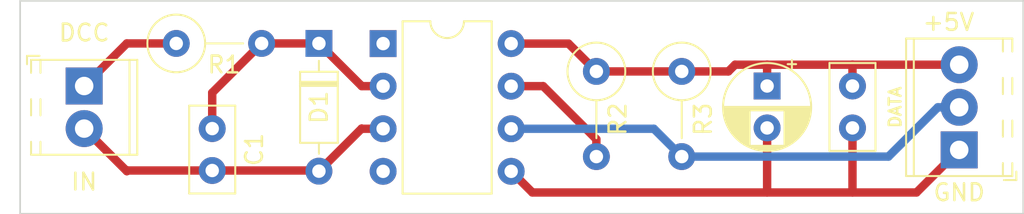
<source format=kicad_pcb>
(kicad_pcb (version 20211014) (generator pcbnew)
  (layers (0 "F.Cu" signal) (31 "B.Cu" signal) (34 "B.Paste" user) (35 "F.Paste" user) (36 "B.SilkS" user "B.Silkscreen") (37 "F.SilkS" user "F.Silkscreen") (38 "B.Mask" user) (39 "F.Mask" user) (44 "Edge.Cuts" user))
  (net 0 "")
  (net 1 "Net-(U1-Pad2)")
  (net 2 "Net-(U1-Pad3)")
  (net 3 "+5V")
  (net 4 "GND")
  (net 5 "Net-(R1-Pad1)")
  (net 6 "Net-(U1-Pad6)")
  (net 7 "Net-(U1-Pad7)")
  (footprint "TerminalBlock_Phoenix:TerminalBlock_Phoenix_MPT-0,5-2-2.54_1x02_P2.54mm_Horizontal" (layer "F.Cu") (at 63.5 67.31 -90)
    (fp_text reference "J1" hide)
    (fp_text value " ")
    (fp_line (start 0.79 2.6) (end 1.75 2.6) (layer "F.SilkS") (width 0.12))
    (fp_line (start -1.56 2.6) (end -0.79 2.6) (layer "F.SilkS") (width 0.12))
    (fp_line (start 0.79 3.16) (end 1.75 3.16) (layer "F.SilkS") (width 0.12))
    (fp_line (start -1.56 -3.16) (end 4.1 -3.16) (layer "F.SilkS") (width 0.12))
    (fp_line (start -1.8 2.66) (end -1.8 3.4) (layer "F.SilkS") (width 0.12))
    (fp_line (start 3.33 3.16) (end 4.1 3.16) (layer "F.SilkS") (width 0.12))
    (fp_line (start 3.33 2.6) (end 4.1 2.6) (layer "F.SilkS") (width 0.12))
    (fp_line (start -1.56 -3.16) (end -1.56 3.16) (layer "F.SilkS") (width 0.12))
    (fp_line (start 4.1 -3.16) (end 4.1 3.16) (layer "F.SilkS") (width 0.12))
    (fp_line (start -1.8 3.4) (end -1.3 3.4) (layer "F.SilkS") (width 0.12))
    (fp_line (start -1.56 3.16) (end -0.79 3.16) (layer "F.SilkS") (width 0.12))
    (fp_line (start -1.56 -2.7) (end 4.1 -2.7) (layer "F.SilkS") (width 0.12))
    (pad "" np_thru_hole circle (at 2.54 2.54 270) (size 1.1 1.1) (drill 1.1) (layers *.Cu *.Mask))
    (pad "" np_thru_hole circle (at 0 2.54 270) (size 1.1 1.1) (drill 1.1) (layers *.Cu *.Mask))
    (pad "1" thru_hole rect (at 0 0 270) (size 2.2 2.2) (drill 1.1) (layers *.Cu *.Mask) (net 5 "Net-(R1-Pad1)"))
    (pad "2" thru_hole circle (at 2.54 0 270) (size 2.2 2.2) (drill 1.1) (layers *.Cu *.Mask) (net 2 "Net-(U1-Pad3)"))
  )
  (footprint "Resistor_THT:R_Axial_DIN0309_L9.0mm_D3.2mm_P5.08mm_Vertical" (layer "F.Cu") (at 93.98 66.44 -90)
    (fp_text reference "R2" (at 2.85 -1.27 90) (layer "F.SilkS"))
    (fp_text value "10K" hide)
    (fp_line (start 1.72 0) (end 3.98 0) (layer "F.SilkS") (width 0.12))
    (fp_circle (center 0 0) (end 1.72 0) (layer "F.SilkS") (width 0.12) (fill none))
    (pad "1" thru_hole circle (at 0 0 270) (size 1.6 1.6) (drill 0.8) (layers *.Cu *.Mask) (net 3 "+5V"))
    (pad "2" thru_hole oval (at 5.08 0 270) (size 1.6 1.6) (drill 0.8) (layers *.Cu *.Mask) (net 7 "Net-(U1-Pad7)"))
  )
  (footprint "Resistor_THT:R_Axial_DIN0309_L9.0mm_D3.2mm_P5.08mm_Vertical" (layer "F.Cu") (at 68.98 64.77)
    (fp_text reference "R1" (at 2.85 1.27) (layer "F.SilkS"))
    (fp_text value "1.3K" hide)
    (fp_line (start 1.72 0) (end 3.98 0) (layer "F.SilkS") (width 0.12))
    (fp_circle (center 0 0) (end 1.72 0) (layer "F.SilkS") (width 0.12) (fill none))
    (pad "1" thru_hole circle (at 0 0) (size 1.6 1.6) (drill 0.8) (layers *.Cu *.Mask) (net 5 "Net-(R1-Pad1)"))
    (pad "2" thru_hole oval (at 5.08 0) (size 1.6 1.6) (drill 0.8) (layers *.Cu *.Mask) (net 1 "Net-(U1-Pad2)"))
  )
  (footprint "Capacitor_THT:C_Disc_D5.0mm_W2.5mm_P2.50mm" (layer "F.Cu") (at 109.22 67.31 -90)
    (fp_text reference "C3" hide)
    (fp_text value "0.1uf 25v" hide)
    (fp_line (start -1.37 -1.37) (end -1.37 1.37) (layer "F.SilkS") (width 0.12))
    (fp_line (start -1.37 1.37) (end 3.87 1.37) (layer "F.SilkS") (width 0.12))
    (fp_line (start -1.37 -1.37) (end 3.87 -1.37) (layer "F.SilkS") (width 0.12))
    (fp_line (start 3.87 -1.37) (end 3.87 1.37) (layer "F.SilkS") (width 0.12))
    (pad "1" thru_hole circle (at 0 0 270) (size 1.6 1.6) (drill 0.8) (layers *.Cu *.Mask) (net 3 "+5V"))
    (pad "2" thru_hole circle (at 2.5 0 270) (size 1.6 1.6) (drill 0.8) (layers *.Cu *.Mask) (net 4 "GND"))
  )
  (footprint "Diode_THT:D_DO-35_SOD27_P7.62mm_Horizontal" (layer "F.Cu") (at 77.47 64.77 -90)
    (fp_text reference "D1" (at 3.81 0 90) (layer "F.SilkS"))
    (fp_text value "1N4148" hide)
    (fp_line (start 1.04 0) (end 1.69 0) (layer "F.SilkS") (width 0.12))
    (fp_line (start 1.69 -1.12) (end 1.69 1.12) (layer "F.SilkS") (width 0.12))
    (fp_line (start 2.53 -1.12) (end 2.53 1.12) (layer "F.SilkS") (width 0.12))
    (fp_line (start 2.41 -1.12) (end 2.41 1.12) (layer "F.SilkS") (width 0.12))
    (fp_line (start 2.29 -1.12) (end 2.29 1.12) (layer "F.SilkS") (width 0.12))
    (fp_line (start 6.58 0) (end 5.93 0) (layer "F.SilkS") (width 0.12))
    (fp_line (start 1.69 1.12) (end 5.93 1.12) (layer "F.SilkS") (width 0.12))
    (fp_line (start 5.93 1.12) (end 5.93 -1.12) (layer "F.SilkS") (width 0.12))
    (fp_line (start 5.93 -1.12) (end 1.69 -1.12) (layer "F.SilkS") (width 0.12))
    (pad "1" thru_hole rect (at 0 0 270) (size 1.6 1.6) (drill 0.8) (layers *.Cu *.Mask) (net 1 "Net-(U1-Pad2)"))
    (pad "2" thru_hole oval (at 7.62 0 270) (size 1.6 1.6) (drill 0.8) (layers *.Cu *.Mask) (net 2 "Net-(U1-Pad3)"))
  )
  (footprint "Resistor_THT:R_Axial_DIN0309_L9.0mm_D3.2mm_P5.08mm_Vertical" (layer "F.Cu") (at 99.06 66.44 -90)
    (fp_text reference "R3" (at 2.85 -1.27 90) (layer "F.SilkS"))
    (fp_text value "5K" hide)
    (fp_line (start 1.72 0) (end 3.98 0) (layer "F.SilkS") (width 0.12))
    (fp_circle (center 0 0) (end 1.72 0) (layer "F.SilkS") (width 0.12) (fill none))
    (pad "1" thru_hole circle (at 0 0 270) (size 1.6 1.6) (drill 0.8) (layers *.Cu *.Mask) (net 3 "+5V"))
    (pad "2" thru_hole oval (at 5.08 0 270) (size 1.6 1.6) (drill 0.8) (layers *.Cu *.Mask) (net 6 "Net-(U1-Pad6)"))
  )
  (footprint "TerminalBlock_Phoenix:TerminalBlock_Phoenix_MPT-0,5-3-2.54_1x03_P2.54mm_Horizontal" (layer "F.Cu") (at 115.57 71.12 90)
    (fp_text reference "J2" hide)
    (fp_text value " " hide)
    (fp_line (start 3.33 3.16) (end 4.29 3.16) (layer "F.SilkS") (width 0.12))
    (fp_line (start -1.8 3.4) (end -1.3 3.4) (layer "F.SilkS") (width 0.12))
    (fp_line (start -1.8 2.66) (end -1.8 3.4) (layer "F.SilkS") (width 0.12))
    (fp_line (start 6.64 -3.16) (end 6.64 3.16) (layer "F.SilkS") (width 0.12))
    (fp_line (start -1.56 -2.7) (end 6.64 -2.7) (layer "F.SilkS") (width 0.12))
    (fp_line (start 3.33 2.6) (end 4.29 2.6) (layer "F.SilkS") (width 0.12))
    (fp_line (start 5.87 2.6) (end 6.64 2.6) (layer "F.SilkS") (width 0.12))
    (fp_line (start -1.56 3.16) (end -0.79 3.16) (layer "F.SilkS") (width 0.12))
    (fp_line (start -1.56 -3.16) (end 6.64 -3.16) (layer "F.SilkS") (width 0.12))
    (fp_line (start 0.79 2.6) (end 1.75 2.6) (layer "F.SilkS") (width 0.12))
    (fp_line (start 5.87 3.16) (end 6.64 3.16) (layer "F.SilkS") (width 0.12))
    (fp_line (start -1.56 2.6) (end -0.79 2.6) (layer "F.SilkS") (width 0.12))
    (fp_line (start -1.56 -3.16) (end -1.56 3.16) (layer "F.SilkS") (width 0.12))
    (fp_line (start 0.79 3.16) (end 1.75 3.16) (layer "F.SilkS") (width 0.12))
    (pad "" np_thru_hole circle (at 2.54 2.54 90) (size 1.1 1.1) (drill 1.1) (layers *.Cu *.Mask))
    (pad "" np_thru_hole circle (at 0 2.54 90) (size 1.1 1.1) (drill 1.1) (layers *.Cu *.Mask))
    (pad "" np_thru_hole circle (at 5.08 2.54 90) (size 1.1 1.1) (drill 1.1) (layers *.Cu *.Mask))
    (pad "1" thru_hole rect (at 0 0 90) (size 2.2 2.2) (drill 1.1) (layers *.Cu *.Mask) (net 4 "GND"))
    (pad "2" thru_hole circle (at 2.54 0 90) (size 2.2 2.2) (drill 1.1) (layers *.Cu *.Mask) (net 6 "Net-(U1-Pad6)"))
    (pad "3" thru_hole circle (at 5.08 0 90) (size 2.2 2.2) (drill 1.1) (layers *.Cu *.Mask) (net 3 "+5V"))
  )
  (footprint "Capacitor_THT:CP_Radial_D5.0mm_P2.50mm" (layer "F.Cu") (at 104.14 67.31 -90)
    (fp_text reference "C2" hide)
    (fp_text value "22uf 25V" hide)
    (fp_line (start 3.531 -1.251) (end 3.531 -1.04) (layer "F.SilkS") (width 0.12))
    (fp_line (start 1.73 -2.536) (end 1.73 -1.04) (layer "F.SilkS") (width 0.12))
    (fp_line (start 1.85 1.04) (end 1.85 2.511) (layer "F.SilkS") (width 0.12))
    (fp_line (start 1.971 1.04) (end 1.971 2.48) (layer "F.SilkS") (width 0.12))
    (fp_line (start 2.771 -2.095) (end 2.771 -1.04) (layer "F.SilkS") (width 0.12))
    (fp_line (start 2.331 1.04) (end 2.331 2.348) (layer "F.SilkS") (width 0.12))
    (fp_line (start 1.49 1.04) (end 1.49 2.569) (layer "F.SilkS") (width 0.12))
    (fp_line (start 2.571 -2.224) (end 2.571 -1.04) (layer "F.SilkS") (width 0.12))
    (fp_line (start 2.171 -2.414) (end 2.171 -1.04) (layer "F.SilkS") (width 0.12))
    (fp_line (start 2.691 -2.149) (end 2.691 -1.04) (layer "F.SilkS") (width 0.12))
    (fp_line (start 2.371 -2.329) (end 2.371 -1.04) (layer "F.SilkS") (width 0.12))
    (fp_line (start 1.57 1.04) (end 1.57 2.561) (layer "F.SilkS") (width 0.12))
    (fp_line (start 2.011 -2.468) (end 2.011 -1.04) (layer "F.SilkS") (width 0.12))
    (fp_line (start 3.291 -1.605) (end 3.291 -1.04) (layer "F.SilkS") (width 0.12))
    (fp_line (start 1.971 -2.48) (end 1.971 -1.04) (layer "F.SilkS") (width 0.12))
    (fp_line (start 3.331 1.04) (end 3.331 1.554) (layer "F.SilkS") (width 0.12))
    (fp_line (start 2.291 1.04) (end 2.291 2.365) (layer "F.SilkS") (width 0.12))
    (fp_line (start 1.89 1.04) (end 1.89 2.501) (layer "F.SilkS") (width 0.12))
    (fp_line (start 3.491 1.04) (end 3.491 1.319) (layer "F.SilkS") (width 0.12))
    (fp_line (start 2.171 1.04) (end 2.171 2.414) (layer "F.SilkS") (width 0.12))
    (fp_line (start 3.811 -0.518) (end 3.811 0.518) (layer "F.SilkS") (width 0.12))
    (fp_line (start -1.554775 -1.475) (end -1.054775 -1.475) (layer "F.SilkS") (width 0.12))
    (fp_line (start 1.65 -2.55) (end 1.65 -1.04) (layer "F.SilkS") (width 0.12))
    (fp_line (start 3.011 -1.901) (end 3.011 -1.04) (layer "F.SilkS") (width 0.12))
    (fp_line (start 3.611 -1.098) (end 3.611 1.098) (layer "F.SilkS") (width 0.12))
    (fp_line (start 2.011 1.04) (end 2.011 2.468) (layer "F.SilkS") (width 0.12))
    (fp_line (start 3.851 -0.284) (end 3.851 0.284) (layer "F.SilkS") (width 0.12))
    (fp_line (start 2.731 1.04) (end 2.731 2.122) (layer "F.SilkS") (width 0.12))
    (fp_line (start 2.411 -2.31) (end 2.411 -1.04) (layer "F.SilkS") (width 0.12))
    (fp_line (start 3.651 -1.011) (end 3.651 1.011) (layer "F.SilkS") (width 0.12))
    (fp_line (start 2.091 1.04) (end 2.091 2.442) (layer "F.SilkS") (width 0.12))
    (fp_line (start 2.131 -2.428) (end 2.131 -1.04) (layer "F.SilkS") (width 0.12))
    (fp_line (start 2.851 -2.035) (end 2.851 -1.04) (layer "F.SilkS") (width 0.12))
    (fp_line (start 3.571 -1.178) (end 3.571 1.178) (layer "F.SilkS") (width 0.12))
    (fp_line (start 2.971 -1.937) (end 2.971 -1.04) (layer "F.SilkS") (width 0.12))
    (fp_line (start 3.731 -0.805) (end 3.731 0.805) (layer "F.SilkS") (width 0.12))
    (fp_line (start 1.73 1.04) (end 1.73 2.536) (layer "F.SilkS") (width 0.12))
    (fp_line (start 1.45 -2.573) (end 1.45 2.573) (layer "F.SilkS") (width 0.12))
    (fp_line (start 2.131 1.04) (end 2.131 2.428) (layer "F.SilkS") (width 0.12))
    (fp_line (start 3.451 1.04) (end 3.451 1.383) (layer "F.SilkS") (width 0.12))
    (fp_line (start 1.93 1.04) (end 1.93 2.491) (layer "F.SilkS") (width 0.12))
    (fp_line (start 2.491 1.04) (end 2.491 2.268) (layer "F.SilkS") (width 0.12))
    (fp_line (start 1.37 -2.578) (end 1.37 2.578) (layer "F.SilkS") (width 0.12))
    (fp_line (start 3.051 1.04) (end 3.051 1.864) (layer "F.SilkS") (width 0.12))
    (fp_line (start 3.331 -1.554) (end 3.331 -1.04) (layer "F.SilkS") (width 0.12))
    (fp_line (start 3.451 -1.383) (end 3.451 -1.04) (layer "F.SilkS") (width 0.12))
    (fp_line (start 2.211 1.04) (end 2.211 2.398) (layer "F.SilkS") (width 0.12))
    (fp_line (start 3.211 -1.699) (end 3.211 -1.04) (layer "F.SilkS") (width 0.12))
    (fp_line (start 2.731 -2.122) (end 2.731 -1.04) (layer "F.SilkS") (width 0.12))
    (fp_line (start 3.171 -1.743) (end 3.171 -1.04) (layer "F.SilkS") (width 0.12))
    (fp_line (start 2.331 -2.348) (end 2.331 -1.04) (layer "F.SilkS") (width 0.12))
    (fp_line (start 3.531 1.04) (end 3.531 1.251) (layer "F.SilkS") (width 0.12))
    (fp_line (start 1.49 -2.569) (end 1.49 -1.04) (layer "F.SilkS") (width 0.12))
    (fp_line (start 2.531 -2.247) (end 2.531 -1.04) (layer "F.SilkS") (width 0.12))
    (fp_line (start 1.53 -2.565) (end 1.53 -1.04) (layer "F.SilkS") (width 0.12))
    (fp_line (start 3.011 1.04) (end 3.011 1.901) (layer "F.SilkS") (width 0.12))
    (fp_line (start 2.451 -2.29) (end 2.451 -1.04) (layer "F.SilkS") (width 0.12))
    (fp_line (start 3.491 -1.319) (end 3.491 -1.04) (layer "F.SilkS") (width 0.12))
    (fp_line (start 3.131 -1.785) (end 3.131 -1.04) (layer "F.SilkS") (width 0.12))
    (fp_line (start 1.61 -2.556) (end 1.61 -1.04) (layer "F.SilkS") (width 0.12))
    (fp_line (start 3.291 1.04) (end 3.291 1.605) (layer "F.SilkS") (width 0.12))
    (fp_line (start 2.691 1.04) (end 2.691 2.149) (layer "F.SilkS") (width 0.12))
    (fp_line (start 3.771 -0.677) (end 3.771 0.677) (layer "F.SilkS") (width 0.12))
    (fp_line (start 2.811 -2.065) (end 2.811 -1.04) (layer "F.SilkS") (width 0.12))
    (fp_line (start 2.091 -2.442) (end 2.091 -1.04) (layer "F.SilkS") (width 0.12))
    (fp_line (start -1.304775 -1.725) (end -1.304775 -1.225) (layer "F.SilkS") (width 0.12))
    (fp_line (start 1.77 -2.528) (end 1.77 -1.04) (layer "F.SilkS") (width 0.12))
    (fp_line (start 2.611 1.04) (end 2.611 2.2) (layer "F.SilkS") (width 0.12))
    (fp_line (start 2.931 1.04) (end 2.931 1.971) (layer "F.SilkS") (width 0.12))
    (fp_line (start 1.25 -2.58) (end 1.25 2.58) (layer "F.SilkS") (width 0.12))
    (fp_line (start 1.89 -2.501) (end 1.89 -1.04) (layer "F.SilkS") (width 0.12))
    (fp_line (start 2.411 1.04) (end 2.411 2.31) (layer "F.SilkS") (width 0.12))
    (fp_line (start 2.291 -2.365) (end 2.291 -1.04) (layer "F.SilkS") (width 0.12))
    (fp_line (start 2.851 1.04) (end 2.851 2.035) (layer "F.SilkS") (width 0.12))
    (fp_line (start 2.371 1.04) (end 2.371 2.329) (layer "F.SilkS") (width 0.12))
    (fp_line (start 3.371 1.04) (end 3.371 1.5) (layer "F.SilkS") (width 0.12))
    (fp_line (start 3.091 -1.826) (end 3.091 -1.04) (layer "F.SilkS") (width 0.12))
    (fp_line (start 2.891 -2.004) (end 2.891 -1.04) (layer "F.SilkS") (width 0.12))
    (fp_line (start 1.29 -2.58) (end 1.29 2.58) (layer "F.SilkS") (width 0.12))
    (fp_line (start 2.531 1.04) (end 2.531 2.247) (layer "F.SilkS") (width 0.12))
    (fp_line (start 3.171 1.04) (end 3.171 1.743) (layer "F.SilkS") (width 0.12))
    (fp_line (start 2.251 1.04) (end 2.251 2.382) (layer "F.SilkS") (width 0.12))
    (fp_line (start 2.251 -2.382) (end 2.251 -1.04) (layer "F.SilkS") (width 0.12))
    (fp_line (start 2.971 1.04) (end 2.971 1.937) (layer "F.SilkS") (width 0.12))
    (fp_line (start 2.651 -2.175) (end 2.651 -1.04) (layer "F.SilkS") (width 0.12))
    (fp_line (start 1.77 1.04) (end 1.77 2.528) (layer "F.SilkS") (width 0.12))
    (fp_line (start 2.931 -1.971) (end 2.931 -1.04) (layer "F.SilkS") (width 0.12))
    (fp_line (start 2.051 -2.455) (end 2.051 -1.04) (layer "F.SilkS") (width 0.12))
    (fp_line (start 1.53 1.04) (end 1.53 2.565) (layer "F.SilkS") (width 0.12))
    (fp_line (start 3.691 -0.915) (end 3.691 0.915) (layer "F.SilkS") (width 0.12))
    (fp_line (start 1.93 -2.491) (end 1.93 -1.04) (layer "F.SilkS") (width 0.12))
    (fp_line (start 1.85 -2.511) (end 1.85 -1.04) (layer "F.SilkS") (width 0.12))
    (fp_line (start 2.771 1.04) (end 2.771 2.095) (layer "F.SilkS") (width 0.12))
    (fp_line (start 3.251 -1.653) (end 3.251 -1.04) (layer "F.SilkS") (width 0.12))
    (fp_line (start 3.411 1.04) (end 3.411 1.443) (layer "F.SilkS") (width 0.12))
    (fp_line (start 1.81 -2.52) (end 1.81 -1.04) (layer "F.SilkS") (width 0.12))
    (fp_line (start 3.371 -1.5) (end 3.371 -1.04) (layer "F.SilkS") (width 0.12))
    (fp_line (start 1.81 1.04) (end 1.81 2.52) (layer "F.SilkS") (width 0.12))
    (fp_line (start 1.65 1.04) (end 1.65 2.55) (layer "F.SilkS") (width 0.12))
    (fp_line (start 1.57 -2.561) (end 1.57 -1.04) (layer "F.SilkS") (width 0.12))
    (fp_line (start 3.411 -1.443) (end 3.411 -1.04) (layer "F.SilkS") (width 0.12))
    (fp_line (start 2.811 1.04) (end 2.811 2.065) (layer "F.SilkS") (width 0.12))
    (fp_line (start 2.651 1.04) (end 2.651 2.175) (layer "F.SilkS") (width 0.12))
    (fp_line (start 3.131 1.04) (end 3.131 1.785) (layer "F.SilkS") (width 0.12))
    (fp_line (start 2.491 -2.268) (end 2.491 -1.04) (layer "F.SilkS") (width 0.12))
    (fp_line (start 3.251 1.04) (end 3.251 1.653) (layer "F.SilkS") (width 0.12))
    (fp_line (start 2.611 -2.2) (end 2.611 -1.04) (layer "F.SilkS") (width 0.12))
    (fp_line (start 1.69 -2.543) (end 1.69 -1.04) (layer "F.SilkS") (width 0.12))
    (fp_line (start 1.61 1.04) (end 1.61 2.556) (layer "F.SilkS") (width 0.12))
    (fp_line (start 2.051 1.04) (end 2.051 2.455) (layer "F.SilkS") (width 0.12))
    (fp_line (start 3.211 1.04) (end 3.211 1.699) (layer "F.SilkS") (width 0.12))
    (fp_line (start 3.091 1.04) (end 3.091 1.826) (layer "F.SilkS") (width 0.12))
    (fp_line (start 2.451 1.04) (end 2.451 2.29) (layer "F.SilkS") (width 0.12))
    (fp_line (start 2.891 1.04) (end 2.891 2.004) (layer "F.SilkS") (width 0.12))
    (fp_line (start 3.051 -1.864) (end 3.051 -1.04) (layer "F.SilkS") (width 0.12))
    (fp_line (start 1.41 -2.576) (end 1.41 2.576) (layer "F.SilkS") (width 0.12))
    (fp_line (start 2.211 -2.398) (end 2.211 -1.04) (layer "F.SilkS") (width 0.12))
    (fp_line (start 1.33 -2.579) (end 1.33 2.579) (layer "F.SilkS") (width 0.12))
    (fp_line (start 2.571 1.04) (end 2.571 2.224) (layer "F.SilkS") (width 0.12))
    (fp_line (start 1.69 1.04) (end 1.69 2.543) (layer "F.SilkS") (width 0.12))
    (fp_circle (center 1.25 0) (end 3.87 0) (layer "F.SilkS") (width 0.12) (fill none))
    (pad "1" thru_hole rect (at 0 0 270) (size 1.6 1.6) (drill 0.8) (layers *.Cu *.Mask) (net 3 "+5V"))
    (pad "2" thru_hole circle (at 2.5 0 270) (size 1.6 1.6) (drill 0.8) (layers *.Cu *.Mask) (net 4 "GND"))
  )
  (footprint "Capacitor_THT:C_Disc_D5.0mm_W2.5mm_P2.50mm" (layer "F.Cu") (at 71.12 69.85 -90)
    (fp_text reference "C1" (at 1.25 -2.5 90) (layer "F.SilkS"))
    (fp_text value "270pf" hide)
    (fp_line (start 3.87 -1.37) (end 3.87 1.37) (layer "F.SilkS") (width 0.12))
    (fp_line (start -1.37 -1.37) (end 3.87 -1.37) (layer "F.SilkS") (width 0.12))
    (fp_line (start -1.37 -1.37) (end -1.37 1.37) (layer "F.SilkS") (width 0.12))
    (fp_line (start -1.37 1.37) (end 3.87 1.37) (layer "F.SilkS") (width 0.12))
    (pad "1" thru_hole circle (at 0 0 270) (size 1.6 1.6) (drill 0.8) (layers *.Cu *.Mask) (net 1 "Net-(U1-Pad2)"))
    (pad "2" thru_hole circle (at 2.5 0 270) (size 1.6 1.6) (drill 0.8) (layers *.Cu *.Mask) (net 2 "Net-(U1-Pad3)"))
  )
  (footprint "Package_DIP:DIP-8_W7.62mm" (layer "F.Cu") (at 81.29 64.78)
    (fp_text reference "U1" hide)
    (fp_text value "6N137")
    (fp_line (start 1.16 -1.33) (end 1.16 8.95) (layer "F.SilkS") (width 0.12))
    (fp_line (start 2.81 -1.33) (end 1.16 -1.33) (layer "F.SilkS") (width 0.12))
    (fp_line (start 1.16 8.95) (end 6.46 8.95) (layer "F.SilkS") (width 0.12))
    (fp_line (start 6.46 8.95) (end 6.46 -1.33) (layer "F.SilkS") (width 0.12))
    (fp_line (start 6.46 -1.33) (end 4.81 -1.33) (layer "F.SilkS") (width 0.12))
    (fp_arc (start 4.81 -1.33) (mid 3.81 -0.33) (end 2.81 -1.33) (layer "F.SilkS") (width 0.12))
    (pad "1" thru_hole rect (at 0 0) (size 1.6 1.6) (drill 0.8) (layers *.Cu *.Mask))
    (pad "2" thru_hole oval (at 0 2.54) (size 1.6 1.6) (drill 0.8) (layers *.Cu *.Mask) (net 1 "Net-(U1-Pad2)"))
    (pad "3" thru_hole oval (at 0 5.08) (size 1.6 1.6) (drill 0.8) (layers *.Cu *.Mask) (net 2 "Net-(U1-Pad3)"))
    (pad "4" thru_hole oval (at 0 7.62) (size 1.6 1.6) (drill 0.8) (layers *.Cu *.Mask))
    (pad "5" thru_hole oval (at 7.62 7.62) (size 1.6 1.6) (drill 0.8) (layers *.Cu *.Mask) (net 4 "GND"))
    (pad "6" thru_hole oval (at 7.62 5.08) (size 1.6 1.6) (drill 0.8) (layers *.Cu *.Mask) (net 6 "Net-(U1-Pad6)"))
    (pad "7" thru_hole oval (at 7.62 2.54) (size 1.6 1.6) (drill 0.8) (layers *.Cu *.Mask) (net 7 "Net-(U1-Pad7)"))
    (pad "8" thru_hole oval (at 7.62 0) (size 1.6 1.6) (drill 0.8) (layers *.Cu *.Mask) (net 3 "+5V"))
  )
  (gr_line (start 119.38 74.93) (end 59.69 74.93) (layer "Edge.Cuts") (width 0.1))
  (gr_line (start 119.38 62.23) (end 119.38 73.66) (layer "Edge.Cuts") (width 0.1))
  (gr_line (start 119.38 73.66) (end 119.38 74.93) (layer "Edge.Cuts") (width 0.1))
  (gr_line (start 59.69 62.23) (end 119.38 62.23) (layer "Edge.Cuts") (width 0.1))
  (gr_line (start 59.69 74.93) (end 59.69 62.23) (layer "Edge.Cuts") (width 0.1))
  (gr_text "DCC" (at 63.5 64.135) (layer "F.SilkS") (effects (font (size 1 1))))
  (gr_text "GND" (at 115.57 73.66) (layer "F.SilkS") (effects (font (size 1 1))))
  (gr_text "IN" (at 63.5 73.025) (layer "F.SilkS") (effects (font (size 1 1))))
  (gr_text "DATA" (at 111.76 68.58 90) (layer "F.SilkS") (effects (font (size 0.7 0.7))))
  (gr_text "+5V" (at 114.935 63.5) (layer "F.SilkS") (effects (font (size 1 1))))
  (segment (start 77.47 64.77) (end 80.02 67.32) (width 0.5) (layer "F.Cu") (net 1))
  (segment (start 71.12 69.85) (end 71.12 67.71) (width 0.5) (layer "F.Cu") (net 1))
  (segment (start 74.06 64.77) (end 77.47 64.77) (width 0.5) (layer "F.Cu") (net 1))
  (segment (start 80.02 67.32) (end 81.29 67.32) (width 0.5) (layer "F.Cu") (net 1))
  (segment (start 71.12 67.71) (end 74.06 64.77) (width 0.5) (layer "F.Cu") (net 1))
  (segment (start 66.04 72.39) (end 66.08 72.35) (width 0.5) (layer "F.Cu") (net 2))
  (segment (start 77.47 72.39) (end 80.01 69.85) (width 0.5) (layer "F.Cu") (net 2))
  (segment (start 80.02 69.86) (end 81.29 69.86) (width 0.5) (layer "F.Cu") (net 2))
  (segment (start 66.08 72.35) (end 71.12 72.35) (width 0.5) (layer "F.Cu") (net 2))
  (segment (start 77.43 72.35) (end 77.47 72.39) (width 0.5) (layer "F.Cu") (net 2))
  (segment (start 80.01 69.85) (end 80.02 69.86) (width 0.5) (layer "F.Cu") (net 2))
  (segment (start 71.12 72.35) (end 77.43 72.35) (width 0.5) (layer "F.Cu") (net 2))
  (segment (start 63.5 69.85) (end 66.04 72.39) (width 0.5) (layer "F.Cu") (net 2))
  (segment (start 104.14 67.31) (end 104.14 66.04) (width 0.5) (layer "F.Cu") (net 3))
  (segment (start 99.06 66.44) (end 101.835 66.44) (width 0.5) (layer "F.Cu") (net 3))
  (segment (start 88.91 64.78) (end 92.32 64.78) (width 0.5) (layer "F.Cu") (net 3))
  (segment (start 101.835 66.44) (end 102.235 66.04) (width 0.5) (layer "F.Cu") (net 3))
  (segment (start 93.98 66.44) (end 99.06 66.44) (width 0.5) (layer "F.Cu") (net 3))
  (segment (start 102.235 66.04) (end 104.14 66.04) (width 0.5) (layer "F.Cu") (net 3))
  (segment (start 109.22 66.04) (end 115.57 66.04) (width 0.5) (layer "F.Cu") (net 3))
  (segment (start 104.14 66.04) (end 109.22 66.04) (width 0.5) (layer "F.Cu") (net 3))
  (segment (start 109.22 67.31) (end 109.22 66.04) (width 0.5) (layer "F.Cu") (net 3))
  (segment (start 92.32 64.78) (end 93.98 66.44) (width 0.5) (layer "F.Cu") (net 3))
  (segment (start 113.03 73.66) (end 115.57 71.12) (width 0.5) (layer "F.Cu") (net 4))
  (segment (start 109.22 69.81) (end 109.22 73.66) (width 0.5) (layer "F.Cu") (net 4))
  (segment (start 104.14 69.81) (end 104.14 73.66) (width 0.5) (layer "F.Cu") (net 4))
  (segment (start 88.91 72.4) (end 90.17 73.66) (width 0.5) (layer "F.Cu") (net 4))
  (segment (start 104.14 73.66) (end 109.22 73.66) (width 0.5) (layer "F.Cu") (net 4))
  (segment (start 90.17 73.66) (end 104.14 73.66) (width 0.5) (layer "F.Cu") (net 4))
  (segment (start 109.22 73.66) (end 113.03 73.66) (width 0.5) (layer "F.Cu") (net 4))
  (segment (start 66.04 64.77) (end 68.98 64.77) (width 0.5) (layer "F.Cu") (net 5))
  (segment (start 63.5 67.31) (end 66.04 64.77) (width 0.5) (layer "F.Cu") (net 5))
  (segment (start 97.4 69.86) (end 99.06 71.52) (width 0.5) (layer "B.Cu") (net 6))
  (segment (start 111.36 71.52) (end 114.3 68.58) (width 0.5) (layer "B.Cu") (net 6))
  (segment (start 114.3 68.58) (end 115.57 68.58) (width 0.5) (layer "B.Cu") (net 6))
  (segment (start 88.91 69.86) (end 97.4 69.86) (width 0.5) (layer "B.Cu") (net 6))
  (segment (start 99.06 71.52) (end 111.36 71.52) (width 0.5) (layer "B.Cu") (net 6))
  (segment (start 93.98 70.485) (end 93.98 71.52) (width 0.5) (layer "F.Cu") (net 7))
  (segment (start 88.91 67.32) (end 90.815 67.32) (width 0.5) (layer "F.Cu") (net 7))
  (segment (start 90.815 67.32) (end 93.98 70.485) (width 0.5) (layer "F.Cu") (net 7))
)
</source>
